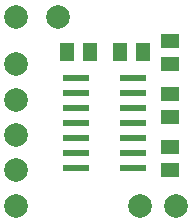
<source format=gbr>
G04 EAGLE Gerber RS-274X export*
G75*
%MOMM*%
%FSLAX34Y34*%
%LPD*%
%INSolderpaste Top*%
%IPPOS*%
%AMOC8*
5,1,8,0,0,1.08239X$1,22.5*%
G01*
%ADD10R,1.300000X1.500000*%
%ADD11C,2.000000*%
%ADD12R,1.500000X1.300000*%
%ADD13R,2.286000X0.609600*%


D10*
X108000Y150000D03*
X127000Y150000D03*
D11*
X155000Y20000D03*
X125000Y20000D03*
X20000Y80000D03*
X20000Y140000D03*
X55000Y180000D03*
X20000Y180000D03*
D10*
X63000Y150000D03*
X82000Y150000D03*
D12*
X150000Y140500D03*
X150000Y159500D03*
X150000Y69500D03*
X150000Y50500D03*
X150000Y95500D03*
X150000Y114500D03*
D11*
X20000Y110000D03*
X20000Y20000D03*
X20000Y50000D03*
D13*
X70870Y128100D03*
X70870Y115400D03*
X70870Y102700D03*
X70870Y90000D03*
X70870Y77300D03*
X70870Y64600D03*
X70870Y51900D03*
X119130Y51900D03*
X119130Y64600D03*
X119130Y77300D03*
X119130Y90000D03*
X119130Y102700D03*
X119130Y115400D03*
X119130Y128100D03*
M02*

</source>
